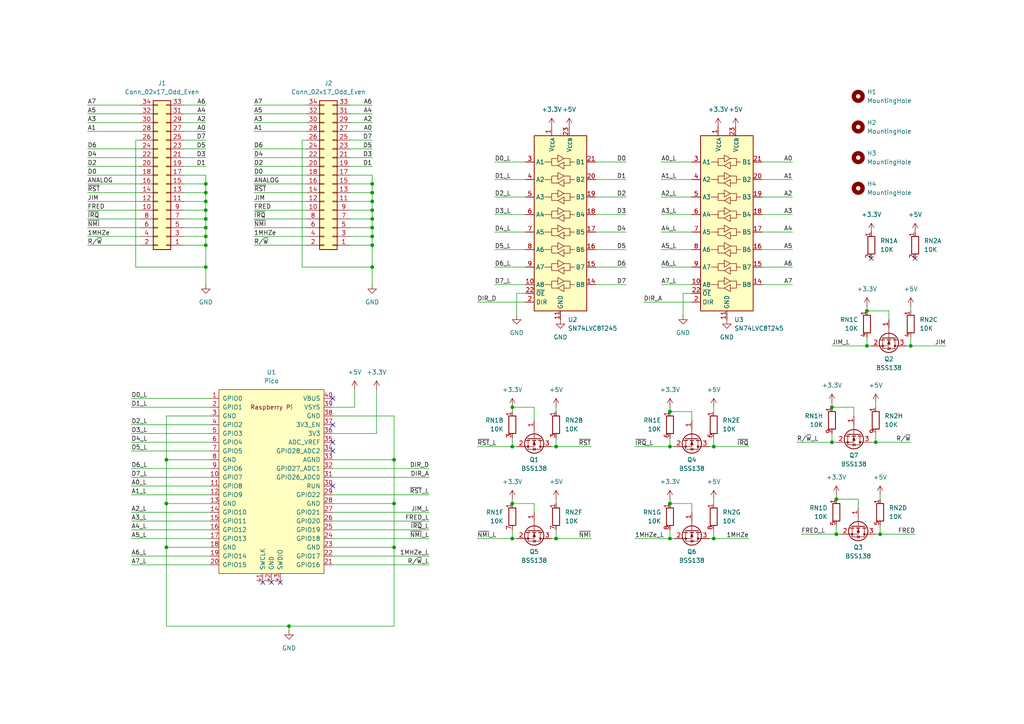
<source format=kicad_sch>
(kicad_sch (version 20250114) (generator "eeschema") (generator_version "9.0")
  (paper "A4")
  (lib_symbols
    (symbol "Connector_Generic:Conn_02x17_Odd_Even" (pin_names (offset 1.016) (hide yes))
      (property "Reference" "J" (at 1.27 22.86 0))
      (property "Value" "Conn_02x17_Odd_Even" (at 1.27 -22.86 0))
      (symbol "Conn_02x17_Odd_Even_1_1"
        (pin passive line (at -5.08 20.32 0) (length 3.81) (name "Pin_1") (number "1"))
        (pin passive line (at -5.08 17.78 0) (length 3.81) (name "Pin_3") (number "3"))
        (pin passive line (at -5.08 15.24 0) (length 3.81) (name "Pin_5") (number "5"))
        (pin passive line (at -5.08 12.7 0) (length 3.81) (name "Pin_7") (number "7"))
        (pin passive line (at -5.08 10.16 0) (length 3.81) (name "Pin_9") (number "9"))
        (pin passive line (at -5.08 7.62 0) (length 3.81) (name "Pin_11") (number "11"))
        (pin passive line (at -5.08 5.08 0) (length 3.81) (name "Pin_13") (number "13"))
        (pin passive line (at -5.08 2.54 0) (length 3.81) (name "Pin_15") (number "15"))
        (pin passive line (at -5.08 0 0) (length 3.81) (name "Pin_17") (number "17"))
        (pin passive line (at -5.08 -2.54 0) (length 3.81) (name "Pin_19") (number "19"))
        (pin passive line (at -5.08 -5.08 0) (length 3.81) (name "Pin_21") (number "21"))
        (pin passive line (at -5.08 -7.62 0) (length 3.81) (name "Pin_23") (number "23"))
        (pin passive line (at -5.08 -10.16 0) (length 3.81) (name "Pin_25") (number "25"))
        (pin passive line (at -5.08 -12.7 0) (length 3.81) (name "Pin_27") (number "27"))
        (pin passive line (at -5.08 -15.24 0) (length 3.81) (name "Pin_29") (number "29"))
        (pin passive line (at -5.08 -17.78 0) (length 3.81) (name "Pin_31") (number "31"))
        (pin passive line (at -5.08 -20.32 0) (length 3.81) (name "Pin_33") (number "33"))
        (pin passive line (at 7.62 20.32 180) (length 3.81) (name "Pin_2") (number "2"))
        (pin passive line (at 7.62 17.78 180) (length 3.81) (name "Pin_4") (number "4"))
        (pin passive line (at 7.62 15.24 180) (length 3.81) (name "Pin_6") (number "6"))
        (pin passive line (at 7.62 12.7 180) (length 3.81) (name "Pin_8") (number "8"))
        (pin passive line (at 7.62 10.16 180) (length 3.81) (name "Pin_10") (number "10"))
        (pin passive line (at 7.62 7.62 180) (length 3.81) (name "Pin_12") (number "12"))
        (pin passive line (at 7.62 5.08 180) (length 3.81) (name "Pin_14") (number "14"))
        (pin passive line (at 7.62 2.54 180) (length 3.81) (name "Pin_16") (number "16"))
        (pin passive line (at 7.62 0 180) (length 3.81) (name "Pin_18") (number "18"))
        (pin passive line (at 7.62 -2.54 180) (length 3.81) (name "Pin_20") (number "20"))
        (pin passive line (at 7.62 -5.08 180) (length 3.81) (name "Pin_22") (number "22"))
        (pin passive line (at 7.62 -7.62 180) (length 3.81) (name "Pin_24") (number "24"))
        (pin passive line (at 7.62 -10.16 180) (length 3.81) (name "Pin_26") (number "26"))
        (pin passive line (at 7.62 -12.7 180) (length 3.81) (name "Pin_28") (number "28"))
        (pin passive line (at 7.62 -15.24 180) (length 3.81) (name "Pin_30") (number "30"))
        (pin passive line (at 7.62 -17.78 180) (length 3.81) (name "Pin_32") (number "32"))
        (pin passive line (at 7.62 -20.32 180) (length 3.81) (name "Pin_34") (number "34"))
      )
    )
    (symbol "Device:R_Network08_Split" (pin_names (offset 0) (hide yes))
      (property "Reference" "RN" (at 2.032 0 90))
      (property "Value" "R_Network08_Split" (at 0 0 90))
      (symbol "R_Network08_Split_0_1"
        (pin passive line (at 0 3.81 270) (length 1.27) (name "R1") (number "1"))
      )
      (symbol "R_Network08_Split_1_1"
        (pin passive line (at 0 -3.81 90) (length 1.27) (name "R1.2") (number "2"))
      )
      (symbol "R_Network08_Split_2_1"
        (pin passive line (at 0 -3.81 90) (length 1.27) (name "R2.2") (number "3"))
      )
      (symbol "R_Network08_Split_3_1"
        (pin passive line (at 0 -3.81 90) (length 1.27) (name "R3.2") (number "4"))
      )
      (symbol "R_Network08_Split_4_1"
        (pin passive line (at 0 -3.81 90) (length 1.27) (name "R4.2") (number "5"))
      )
      (symbol "R_Network08_Split_5_1"
        (pin passive line (at 0 -3.81 90) (length 1.27) (name "R5.2") (number "6"))
      )
      (symbol "R_Network08_Split_6_1"
        (pin passive line (at 0 -3.81 90) (length 1.27) (name "R6.2") (number "7"))
      )
      (symbol "R_Network08_Split_7_1"
        (pin passive line (at 0 -3.81 90) (length 1.27) (name "R7.2") (number "8"))
      )
      (symbol "R_Network08_Split_8_1"
        (pin passive line (at 0 -3.81 90) (length 1.27) (name "R8.2") (number "9"))
      )
    )
    (symbol "Logic_LevelTranslator:SN74LVC8T245"
      (property "Reference" "U" (at -6.35 27.94 0))
      (property "Value" "SN74LVC8T245" (at 3.81 27.94 0))
      (symbol "SN74LVC8T245_1_1"
        (pin bidirectional line (at -10.16 17.78 0) (length 2.54) (name "A1") (number "3"))
        (pin bidirectional line (at -10.16 12.7 0) (length 2.54) (name "A2") (number "4"))
        (pin bidirectional line (at -10.16 7.62 0) (length 2.54) (name "A3") (number "5"))
        (pin bidirectional line (at -10.16 2.54 0) (length 2.54) (name "A4") (number "6"))
        (pin bidirectional line (at -10.16 -2.54 0) (length 2.54) (name "A5") (number "7"))
        (pin bidirectional line (at -10.16 -7.62 0) (length 2.54) (name "A6") (number "8"))
        (pin bidirectional line (at -10.16 -12.7 0) (length 2.54) (name "A7") (number "9"))
        (pin bidirectional line (at -10.16 -17.78 0) (length 2.54) (name "A8") (number "10"))
        (pin input line (at -10.16 -20.32 0) (length 2.54) (name "~{OE}") (number "22"))
        (pin input line (at -10.16 -22.86 0) (length 2.54) (name "DIR") (number "2"))
        (pin power_in line (at -2.54 27.94 270) (length 2.54) (name "V_{CCA}") (number "1"))
        (pin power_in line (at 0 -27.94 90) (length 2.54) (name "GND") (number "11"))
        (pin passive line (at 0 -27.94 90) (length 2.54) (hide yes) (name "GND") (number "12"))
        (pin passive line (at 0 -27.94 90) (length 2.54) (hide yes) (name "GND") (number "13"))
        (pin power_in line (at 2.54 27.94 270) (length 2.54) (name "V_{CCB}") (number "23"))
        (pin passive line (at 2.54 27.94 270) (length 2.54) (hide yes) (name "V_{CCB}") (number "24"))
        (pin bidirectional line (at 10.16 17.78 180) (length 2.54) (name "B1") (number "21"))
        (pin bidirectional line (at 10.16 12.7 180) (length 2.54) (name "B2") (number "20"))
        (pin bidirectional line (at 10.16 7.62 180) (length 2.54) (name "B3") (number "19"))
        (pin bidirectional line (at 10.16 2.54 180) (length 2.54) (name "B4") (number "18"))
        (pin bidirectional line (at 10.16 -2.54 180) (length 2.54) (name "B5") (number "17"))
        (pin bidirectional line (at 10.16 -7.62 180) (length 2.54) (name "B6") (number "16"))
        (pin bidirectional line (at 10.16 -12.7 180) (length 2.54) (name "B7") (number "15"))
        (pin bidirectional line (at 10.16 -17.78 180) (length 2.54) (name "B8") (number "14"))
      )
    )
    (symbol "Mechanical:MountingHole" (pin_names (offset 1.016)) (in_bom no)
      (property "Reference" "H" (at 0 5.08 0))
      (property "Value" "MountingHole" (at 0 3.175 0))
    )
    (symbol "RPi_Pico:Pico" (pin_names (offset 1.016))
      (property "Reference" "U" (at -13.97 27.94 0))
      (property "Value" "Pico" (at 0 19.05 0))
      (symbol "Pico_0_0"
        (text "Raspberry Pi" (at 0 21.59 0) (effects (font (size 1.27 1.27))))
      )
      (symbol "Pico_1_1"
        (pin bidirectional line (at -17.78 24.13 0) (length 2.54) (name "GPIO0") (number "1"))
        (pin bidirectional line (at -17.78 21.59 0) (length 2.54) (name "GPIO1") (number "2"))
        (pin power_in line (at -17.78 19.05 0) (length 2.54) (name "GND") (number "3"))
        (pin bidirectional line (at -17.78 16.51 0) (length 2.54) (name "GPIO2") (number "4"))
        (pin bidirectional line (at -17.78 13.97 0) (length 2.54) (name "GPIO3") (number "5"))
        (pin bidirectional line (at -17.78 11.43 0) (length 2.54) (name "GPIO4") (number "6"))
        (pin bidirectional line (at -17.78 8.89 0) (length 2.54) (name "GPIO5") (number "7"))
        (pin power_in line (at -17.78 6.35 0) (length 2.54) (name "GND") (number "8"))
        (pin bidirectional line (at -17.78 3.81 0) (length 2.54) (name "GPIO6") (number "9"))
        (pin bidirectional line (at -17.78 1.27 0) (length 2.54) (name "GPIO7") (number "10"))
        (pin bidirectional line (at -17.78 -1.27 0) (length 2.54) (name "GPIO8") (number "11"))
        (pin bidirectional line (at -17.78 -3.81 0) (length 2.54) (name "GPIO9") (number "12"))
        (pin power_in line (at -17.78 -6.35 0) (length 2.54) (name "GND") (number "13"))
        (pin bidirectional line (at -17.78 -8.89 0) (length 2.54) (name "GPIO10") (number "14"))
        (pin bidirectional line (at -17.78 -11.43 0) (length 2.54) (name "GPIO11") (number "15"))
        (pin bidirectional line (at -17.78 -13.97 0) (length 2.54) (name "GPIO12") (number "16"))
        (pin bidirectional line (at -17.78 -16.51 0) (length 2.54) (name "GPIO13") (number "17"))
        (pin power_in line (at -17.78 -19.05 0) (length 2.54) (name "GND") (number "18"))
        (pin bidirectional line (at -17.78 -21.59 0) (length 2.54) (name "GPIO14") (number "19"))
        (pin bidirectional line (at -17.78 -24.13 0) (length 2.54) (name "GPIO15") (number "20"))
        (pin input line (at -2.54 -29.21 90) (length 2.54) (name "SWCLK") (number "41"))
        (pin power_in line (at 0 -29.21 90) (length 2.54) (name "GND") (number "42"))
        (pin bidirectional line (at 2.54 -29.21 90) (length 2.54) (name "SWDIO") (number "43"))
        (pin power_out line (at 17.78 24.13 180) (length 2.54) (name "VBUS") (number "40"))
        (pin power_out line (at 17.78 21.59 180) (length 2.54) (name "VSYS") (number "39"))
        (pin power_out line (at 17.78 19.05 180) (length 2.54) (name "GND") (number "38"))
        (pin input line (at 17.78 16.51 180) (length 2.54) (name "3V3_EN") (number "37"))
        (pin power_out line (at 17.78 13.97 180) (length 2.54) (name "3V3") (number "36"))
        (pin unspecified line (at 17.78 11.43 180) (length 2.54) (name "ADC_VREF") (number "35"))
        (pin bidirectional line (at 17.78 8.89 180) (length 2.54) (name "GPIO28_ADC2") (number "34"))
        (pin power_in line (at 17.78 6.35 180) (length 2.54) (name "AGND") (number "33"))
        (pin bidirectional line (at 17.78 3.81 180) (length 2.54) (name "GPIO27_ADC1") (number "32"))
        (pin bidirectional line (at 17.78 1.27 180) (length 2.54) (name "GPIO26_ADC0") (number "31"))
        (pin input line (at 17.78 -1.27 180) (length 2.54) (name "RUN") (number "30"))
        (pin bidirectional line (at 17.78 -3.81 180) (length 2.54) (name "GPIO22") (number "29"))
        (pin power_in line (at 17.78 -6.35 180) (length 2.54) (name "GND") (number "28"))
        (pin bidirectional line (at 17.78 -8.89 180) (length 2.54) (name "GPIO21") (number "27"))
        (pin bidirectional line (at 17.78 -11.43 180) (length 2.54) (name "GPIO20") (number "26"))
        (pin bidirectional line (at 17.78 -13.97 180) (length 2.54) (name "GPIO19") (number "25"))
        (pin bidirectional line (at 17.78 -16.51 180) (length 2.54) (name "GPIO18") (number "24"))
        (pin power_in line (at 17.78 -19.05 180) (length 2.54) (name "GND") (number "23"))
        (pin bidirectional line (at 17.78 -21.59 180) (length 2.54) (name "GPIO17") (number "22"))
        (pin bidirectional line (at 17.78 -24.13 180) (length 2.54) (name "GPIO16") (number "21"))
      )
    )
    (symbol "Transistor_FET:BSS138" (pin_names (offset 0) (hide yes))
      (property "Reference" "Q" (at 5.08 1.905 0))
      (property "Value" "BSS138" (at 5.08 0 0))
      (symbol "BSS138_1_1"
        (pin input line (at -5.08 0 0) (length 2.54) (name "G") (number "1"))
        (pin passive line (at 2.54 5.08 270) (length 2.54) (name "D") (number "3"))
        (pin passive line (at 2.54 -5.08 90) (length 2.54) (name "S") (number "2"))
      )
    )
    (symbol "power:+3.3V" (power) (pin_numbers (hide yes)) (pin_names (offset 0) (hide yes))
      (property "Value" "+3.3V" (at 0 3.556 0))
      (symbol "+3.3V_1_1"
        (pin power_in line (at 0 0 90) (length 0) (name "~") (number "1"))
      )
    )
    (symbol "power:+5V" (power) (pin_numbers (hide yes)) (pin_names (offset 0) (hide yes))
      (property "Value" "+5V" (at 0 3.556 0))
      (symbol "+5V_1_1"
        (pin power_in line (at 0 0 90) (length 0) (name "~") (number "1"))
      )
    )
    (symbol "power:GND" (power) (pin_numbers (hide yes)) (pin_names (offset 0) (hide yes))
      (property "Value" "GND" (at 0 -3.81 0))
      (symbol "GND_1_1"
        (pin power_in line (at 0 0 270) (length 0) (name "~") (number "1"))
      )
    )
  )
  (junction (at 107.95 60.96))
  (junction (at 59.69 77.47))
  (junction (at 107.95 55.88))
  (junction (at 254 128.27))
  (junction (at 48.26 133.35))
  (junction (at 251.46 100.33))
  (junction (at 148.59 118.11))
  (junction (at 59.69 53.34))
  (junction (at 59.69 58.42))
  (junction (at 59.69 66.04))
  (junction (at 148.59 129.54))
  (junction (at 114.3 146.05))
  (junction (at 59.69 55.88))
  (junction (at 107.95 66.04))
  (junction (at 83.82 181.61))
  (junction (at 107.95 53.34))
  (junction (at 242.57 154.94))
  (junction (at 59.69 68.58))
  (junction (at 107.95 58.42))
  (junction (at 241.3 118.11))
  (junction (at 242.57 144.78))
  (junction (at 161.29 129.54))
  (junction (at 107.95 71.12))
  (junction (at 107.95 68.58))
  (junction (at 194.31 156.21))
  (junction (at 59.69 60.96))
  (junction (at 194.31 146.05))
  (junction (at 194.31 129.54))
  (junction (at 194.31 119.38))
  (junction (at 264.16 100.33))
  (junction (at 107.95 77.47))
  (junction (at 207.01 129.54))
  (junction (at 251.46 90.17))
  (junction (at 48.26 158.75))
  (junction (at 114.3 158.75))
  (junction (at 48.26 146.05))
  (junction (at 207.01 156.21))
  (junction (at 59.69 71.12))
  (junction (at 107.95 63.5))
  (junction (at 114.3 133.35))
  (junction (at 255.27 154.94))
  (junction (at 59.69 63.5))
  (junction (at 148.59 146.05))
  (junction (at 241.3 128.27))
  (junction (at 161.29 156.21))
  (junction (at 148.59 156.21))
  (no_connect (at 96.52 123.19))
  (no_connect (at 76.2 168.91))
  (no_connect (at 78.74 168.91))
  (no_connect (at 265.43 74.93))
  (no_connect (at 96.52 140.97))
  (no_connect (at 96.52 115.57))
  (no_connect (at 96.52 128.27))
  (no_connect (at 96.52 130.81))
  (no_connect (at 252.73 74.93))
  (no_connect (at 81.28 168.91))
  (wire (pts (xy 73.66 43.18) (xy 88.9 43.18)))
  (wire (pts (xy 96.52 143.51) (xy 124.46 143.51)))
  (wire (pts (xy 138.43 156.21) (xy 148.59 156.21)))
  (wire (pts (xy 73.66 63.5) (xy 88.9 63.5)))
  (wire (pts (xy 143.51 77.47) (xy 152.4 77.47)))
  (wire (pts (xy 101.6 53.34) (xy 107.95 53.34)))
  (wire (pts (xy 160.02 129.54) (xy 161.29 129.54)))
  (wire (pts (xy 251.46 90.17) (xy 257.81 90.17)))
  (wire (pts (xy 38.1 148.59) (xy 60.96 148.59)))
  (wire (pts (xy 48.26 133.35) (xy 60.96 133.35)))
  (wire (pts (xy 205.74 129.54) (xy 207.01 129.54)))
  (wire (pts (xy 53.34 35.56) (xy 59.69 35.56)))
  (wire (pts (xy 262.89 100.33) (xy 264.16 100.33)))
  (wire (pts (xy 25.4 71.12) (xy 40.64 71.12)))
  (wire (pts (xy 73.66 60.96) (xy 88.9 60.96)))
  (wire (pts (xy 241.3 116.84) (xy 241.3 118.11)))
  (wire (pts (xy 241.3 125.73) (xy 241.3 128.27)))
  (wire (pts (xy 59.69 60.96) (xy 59.69 63.5)))
  (wire (pts (xy 101.6 68.58) (xy 107.95 68.58)))
  (wire (pts (xy 200.66 119.38) (xy 200.66 121.92)))
  (wire (pts (xy 148.59 118.11) (xy 154.94 118.11)))
  (wire (pts (xy 25.4 30.48) (xy 40.64 30.48)))
  (wire (pts (xy 143.51 82.55) (xy 152.4 82.55)))
  (wire (pts (xy 25.4 58.42) (xy 40.64 58.42)))
  (wire (pts (xy 101.6 40.64) (xy 107.95 40.64)))
  (wire (pts (xy 73.66 58.42) (xy 88.9 58.42)))
  (wire (pts (xy 161.29 118.11) (xy 161.29 119.38)))
  (wire (pts (xy 48.26 181.61) (xy 83.82 181.61)))
  (wire (pts (xy 148.59 146.05) (xy 154.94 146.05)))
  (wire (pts (xy 252.73 128.27) (xy 254 128.27)))
  (wire (pts (xy 59.69 68.58) (xy 59.69 71.12)))
  (wire (pts (xy 73.66 35.56) (xy 88.9 35.56)))
  (wire (pts (xy 53.34 33.02) (xy 59.69 33.02)))
  (wire (pts (xy 53.34 63.5) (xy 59.69 63.5)))
  (wire (pts (xy 242.57 152.4) (xy 242.57 154.94)))
  (wire (pts (xy 38.1 151.13) (xy 60.96 151.13)))
  (wire (pts (xy 161.29 156.21) (xy 171.45 156.21)))
  (wire (pts (xy 161.29 129.54) (xy 171.45 129.54)))
  (wire (pts (xy 220.98 72.39) (xy 229.87 72.39)))
  (wire (pts (xy 220.98 62.23) (xy 229.87 62.23)))
  (wire (pts (xy 148.59 127) (xy 148.59 129.54)))
  (wire (pts (xy 96.52 125.73) (xy 109.22 125.73)))
  (wire (pts (xy 101.6 43.18) (xy 107.95 43.18)))
  (wire (pts (xy 101.6 35.56) (xy 107.95 35.56)))
  (wire (pts (xy 38.1 135.89) (xy 60.96 135.89)))
  (wire (pts (xy 143.51 46.99) (xy 152.4 46.99)))
  (wire (pts (xy 220.98 67.31) (xy 229.87 67.31)))
  (wire (pts (xy 152.4 85.09) (xy 149.86 85.09)))
  (wire (pts (xy 38.1 123.19) (xy 60.96 123.19)))
  (wire (pts (xy 83.82 181.61) (xy 114.3 181.61)))
  (wire (pts (xy 73.66 30.48) (xy 88.9 30.48)))
  (wire (pts (xy 96.52 146.05) (xy 114.3 146.05)))
  (wire (pts (xy 194.31 153.67) (xy 194.31 156.21)))
  (wire (pts (xy 107.95 68.58) (xy 107.95 71.12)))
  (wire (pts (xy 114.3 120.65) (xy 114.3 133.35)))
  (wire (pts (xy 53.34 38.1) (xy 59.69 38.1)))
  (wire (pts (xy 184.15 156.21) (xy 194.31 156.21)))
  (wire (pts (xy 241.3 118.11) (xy 247.65 118.11)))
  (wire (pts (xy 25.4 68.58) (xy 40.64 68.58)))
  (wire (pts (xy 38.1 115.57) (xy 60.96 115.57)))
  (wire (pts (xy 207.01 144.78) (xy 207.01 146.05)))
  (wire (pts (xy 101.6 30.48) (xy 107.95 30.48)))
  (wire (pts (xy 73.66 45.72) (xy 88.9 45.72)))
  (wire (pts (xy 101.6 63.5) (xy 107.95 63.5)))
  (wire (pts (xy 191.77 57.15) (xy 200.66 57.15)))
  (wire (pts (xy 53.34 30.48) (xy 59.69 30.48)))
  (wire (pts (xy 191.77 77.47) (xy 200.66 77.47)))
  (wire (pts (xy 59.69 58.42) (xy 59.69 60.96)))
  (wire (pts (xy 264.16 100.33) (xy 274.32 100.33)))
  (wire (pts (xy 220.98 77.47) (xy 229.87 77.47)))
  (wire (pts (xy 53.34 53.34) (xy 59.69 53.34)))
  (wire (pts (xy 25.4 55.88) (xy 40.64 55.88)))
  (wire (pts (xy 160.02 156.21) (xy 161.29 156.21)))
  (wire (pts (xy 96.52 161.29) (xy 124.46 161.29)))
  (wire (pts (xy 38.1 143.51) (xy 60.96 143.51)))
  (wire (pts (xy 254 116.84) (xy 254 118.11)))
  (wire (pts (xy 25.4 35.56) (xy 40.64 35.56)))
  (wire (pts (xy 242.57 144.78) (xy 248.92 144.78)))
  (wire (pts (xy 172.72 67.31) (xy 181.61 67.31)))
  (wire (pts (xy 107.95 77.47) (xy 107.95 82.55)))
  (wire (pts (xy 87.63 40.64) (xy 87.63 77.47)))
  (wire (pts (xy 241.3 100.33) (xy 251.46 100.33)))
  (wire (pts (xy 53.34 66.04) (xy 59.69 66.04)))
  (wire (pts (xy 264.16 88.9) (xy 264.16 90.17)))
  (wire (pts (xy 101.6 58.42) (xy 107.95 58.42)))
  (wire (pts (xy 143.51 72.39) (xy 152.4 72.39)))
  (wire (pts (xy 107.95 55.88) (xy 107.95 58.42)))
  (wire (pts (xy 254 128.27) (xy 264.16 128.27)))
  (wire (pts (xy 96.52 158.75) (xy 114.3 158.75)))
  (wire (pts (xy 264.16 100.33) (xy 264.16 97.79)))
  (wire (pts (xy 101.6 71.12) (xy 107.95 71.12)))
  (wire (pts (xy 96.52 148.59) (xy 124.46 148.59)))
  (wire (pts (xy 161.29 156.21) (xy 161.29 153.67)))
  (wire (pts (xy 60.96 120.65) (xy 48.26 120.65)))
  (wire (pts (xy 241.3 128.27) (xy 242.57 128.27)))
  (wire (pts (xy 73.66 55.88) (xy 88.9 55.88)))
  (wire (pts (xy 107.95 60.96) (xy 107.95 63.5)))
  (wire (pts (xy 242.57 143.51) (xy 242.57 144.78)))
  (wire (pts (xy 154.94 118.11) (xy 154.94 121.92)))
  (wire (pts (xy 207.01 119.38) (xy 207.01 118.11)))
  (wire (pts (xy 59.69 55.88) (xy 59.69 58.42)))
  (wire (pts (xy 53.34 68.58) (xy 59.69 68.58)))
  (wire (pts (xy 25.4 66.04) (xy 40.64 66.04)))
  (wire (pts (xy 48.26 146.05) (xy 48.26 158.75)))
  (wire (pts (xy 73.66 68.58) (xy 88.9 68.58)))
  (wire (pts (xy 59.69 50.8) (xy 59.69 53.34)))
  (wire (pts (xy 101.6 38.1) (xy 107.95 38.1)))
  (wire (pts (xy 207.01 156.21) (xy 207.01 153.67)))
  (wire (pts (xy 114.3 120.65) (xy 96.52 120.65)))
  (wire (pts (xy 38.1 156.21) (xy 60.96 156.21)))
  (wire (pts (xy 194.31 144.78) (xy 194.31 146.05)))
  (wire (pts (xy 172.72 52.07) (xy 181.61 52.07)))
  (wire (pts (xy 96.52 133.35) (xy 114.3 133.35)))
  (wire (pts (xy 114.3 158.75) (xy 114.3 181.61)))
  (wire (pts (xy 73.66 71.12) (xy 88.9 71.12)))
  (wire (pts (xy 73.66 33.02) (xy 88.9 33.02)))
  (wire (pts (xy 184.15 129.54) (xy 194.31 129.54)))
  (wire (pts (xy 251.46 97.79) (xy 251.46 100.33)))
  (wire (pts (xy 53.34 43.18) (xy 59.69 43.18)))
  (wire (pts (xy 59.69 71.12) (xy 59.69 77.47)))
  (wire (pts (xy 53.34 55.88) (xy 59.69 55.88)))
  (wire (pts (xy 114.3 133.35) (xy 114.3 146.05)))
  (wire (pts (xy 154.94 146.05) (xy 154.94 148.59)))
  (wire (pts (xy 38.1 138.43) (xy 60.96 138.43)))
  (wire (pts (xy 96.52 153.67) (xy 124.46 153.67)))
  (wire (pts (xy 254 154.94) (xy 255.27 154.94)))
  (wire (pts (xy 207.01 156.21) (xy 217.17 156.21)))
  (wire (pts (xy 149.86 85.09) (xy 149.86 91.44)))
  (wire (pts (xy 191.77 46.99) (xy 200.66 46.99)))
  (wire (pts (xy 38.1 163.83) (xy 60.96 163.83)))
  (wire (pts (xy 53.34 60.96) (xy 59.69 60.96)))
  (wire (pts (xy 232.41 154.94) (xy 242.57 154.94)))
  (wire (pts (xy 148.59 153.67) (xy 148.59 156.21)))
  (wire (pts (xy 107.95 71.12) (xy 107.95 77.47)))
  (wire (pts (xy 220.98 82.55) (xy 229.87 82.55)))
  (wire (pts (xy 107.95 50.8) (xy 107.95 53.34)))
  (wire (pts (xy 172.72 57.15) (xy 181.61 57.15)))
  (wire (pts (xy 191.77 62.23) (xy 200.66 62.23)))
  (wire (pts (xy 25.4 50.8) (xy 40.64 50.8)))
  (wire (pts (xy 254 128.27) (xy 254 125.73)))
  (wire (pts (xy 83.82 181.61) (xy 83.82 182.88)))
  (wire (pts (xy 191.77 72.39) (xy 200.66 72.39)))
  (wire (pts (xy 25.4 33.02) (xy 40.64 33.02)))
  (wire (pts (xy 38.1 161.29) (xy 60.96 161.29)))
  (wire (pts (xy 242.57 154.94) (xy 243.84 154.94)))
  (wire (pts (xy 161.29 144.78) (xy 161.29 146.05)))
  (wire (pts (xy 107.95 53.34) (xy 107.95 55.88)))
  (wire (pts (xy 25.4 48.26) (xy 40.64 48.26)))
  (wire (pts (xy 107.95 58.42) (xy 107.95 60.96)))
  (wire (pts (xy 40.64 40.64) (xy 39.37 40.64)))
  (wire (pts (xy 194.31 118.11) (xy 194.31 119.38)))
  (wire (pts (xy 39.37 40.64) (xy 39.37 77.47)))
  (wire (pts (xy 161.29 129.54) (xy 161.29 127)))
  (wire (pts (xy 255.27 154.94) (xy 255.27 152.4)))
  (wire (pts (xy 38.1 130.81) (xy 60.96 130.81)))
  (wire (pts (xy 53.34 50.8) (xy 59.69 50.8)))
  (wire (pts (xy 220.98 52.07) (xy 229.87 52.07)))
  (wire (pts (xy 143.51 52.07) (xy 152.4 52.07)))
  (wire (pts (xy 207.01 129.54) (xy 217.17 129.54)))
  (wire (pts (xy 25.4 38.1) (xy 40.64 38.1)))
  (wire (pts (xy 101.6 45.72) (xy 107.95 45.72)))
  (wire (pts (xy 172.72 46.99) (xy 181.61 46.99)))
  (wire (pts (xy 200.66 146.05) (xy 200.66 148.59)))
  (wire (pts (xy 102.87 113.03) (xy 102.87 118.11)))
  (wire (pts (xy 53.34 40.64) (xy 59.69 40.64)))
  (wire (pts (xy 247.65 118.11) (xy 247.65 120.65)))
  (wire (pts (xy 39.37 77.47) (xy 59.69 77.47)))
  (wire (pts (xy 220.98 46.99) (xy 229.87 46.99)))
  (wire (pts (xy 48.26 133.35) (xy 48.26 146.05)))
  (wire (pts (xy 191.77 67.31) (xy 200.66 67.31)))
  (wire (pts (xy 251.46 100.33) (xy 252.73 100.33)))
  (wire (pts (xy 143.51 62.23) (xy 152.4 62.23)))
  (wire (pts (xy 73.66 53.34) (xy 88.9 53.34)))
  (wire (pts (xy 255.27 143.51) (xy 255.27 144.78)))
  (wire (pts (xy 87.63 77.47) (xy 107.95 77.47)))
  (wire (pts (xy 138.43 129.54) (xy 148.59 129.54)))
  (wire (pts (xy 101.6 33.02) (xy 107.95 33.02)))
  (wire (pts (xy 59.69 53.34) (xy 59.69 55.88)))
  (wire (pts (xy 231.14 128.27) (xy 241.3 128.27)))
  (wire (pts (xy 172.72 82.55) (xy 181.61 82.55)))
  (wire (pts (xy 255.27 154.94) (xy 265.43 154.94)))
  (wire (pts (xy 25.4 63.5) (xy 40.64 63.5)))
  (wire (pts (xy 109.22 113.03) (xy 109.22 125.73)))
  (wire (pts (xy 59.69 77.47) (xy 59.69 82.55)))
  (wire (pts (xy 143.51 67.31) (xy 152.4 67.31)))
  (wire (pts (xy 96.52 118.11) (xy 102.87 118.11)))
  (wire (pts (xy 25.4 43.18) (xy 40.64 43.18)))
  (wire (pts (xy 194.31 129.54) (xy 195.58 129.54)))
  (wire (pts (xy 73.66 50.8) (xy 88.9 50.8)))
  (wire (pts (xy 96.52 156.21) (xy 124.46 156.21)))
  (wire (pts (xy 38.1 128.27) (xy 60.96 128.27)))
  (wire (pts (xy 107.95 63.5) (xy 107.95 66.04)))
  (wire (pts (xy 251.46 88.9) (xy 251.46 90.17)))
  (wire (pts (xy 194.31 146.05) (xy 200.66 146.05)))
  (wire (pts (xy 88.9 40.64) (xy 87.63 40.64)))
  (wire (pts (xy 96.52 135.89) (xy 124.46 135.89)))
  (wire (pts (xy 191.77 52.07) (xy 200.66 52.07)))
  (wire (pts (xy 53.34 71.12) (xy 59.69 71.12)))
  (wire (pts (xy 96.52 138.43) (xy 124.46 138.43)))
  (wire (pts (xy 172.72 72.39) (xy 181.61 72.39)))
  (wire (pts (xy 101.6 50.8) (xy 107.95 50.8)))
  (wire (pts (xy 101.6 66.04) (xy 107.95 66.04)))
  (wire (pts (xy 186.69 87.63) (xy 200.66 87.63)))
  (wire (pts (xy 148.59 144.78) (xy 148.59 146.05)))
  (wire (pts (xy 101.6 60.96) (xy 107.95 60.96)))
  (wire (pts (xy 172.72 77.47) (xy 181.61 77.47)))
  (wire (pts (xy 38.1 140.97) (xy 60.96 140.97)))
  (wire (pts (xy 48.26 158.75) (xy 60.96 158.75)))
  (wire (pts (xy 194.31 156.21) (xy 195.58 156.21)))
  (wire (pts (xy 101.6 48.26) (xy 107.95 48.26)))
  (wire (pts (xy 48.26 158.75) (xy 48.26 181.61)))
  (wire (pts (xy 143.51 57.15) (xy 152.4 57.15)))
  (wire (pts (xy 25.4 45.72) (xy 40.64 45.72)))
  (wire (pts (xy 207.01 129.54) (xy 207.01 127)))
  (wire (pts (xy 191.77 82.55) (xy 200.66 82.55)))
  (wire (pts (xy 59.69 63.5) (xy 59.69 66.04)))
  (wire (pts (xy 220.98 57.15) (xy 229.87 57.15)))
  (wire (pts (xy 38.1 153.67) (xy 60.96 153.67)))
  (wire (pts (xy 59.69 66.04) (xy 59.69 68.58)))
  (wire (pts (xy 48.26 120.65) (xy 48.26 133.35)))
  (wire (pts (xy 248.92 144.78) (xy 248.92 147.32)))
  (wire (pts (xy 48.26 146.05) (xy 60.96 146.05)))
  (wire (pts (xy 205.74 156.21) (xy 207.01 156.21)))
  (wire (pts (xy 53.34 45.72) (xy 59.69 45.72)))
  (wire (pts (xy 114.3 146.05) (xy 114.3 158.75)))
  (wire (pts (xy 53.34 48.26) (xy 59.69 48.26)))
  (wire (pts (xy 53.34 58.42) (xy 59.69 58.42)))
  (wire (pts (xy 200.66 85.09) (xy 198.12 85.09)))
  (wire (pts (xy 107.95 66.04) (xy 107.95 68.58)))
  (wire (pts (xy 257.81 90.17) (xy 257.81 92.71)))
  (wire (pts (xy 73.66 66.04) (xy 88.9 66.04)))
  (wire (pts (xy 25.4 53.34) (xy 40.64 53.34)))
  (wire (pts (xy 148.59 156.21) (xy 149.86 156.21)))
  (wire (pts (xy 198.12 85.09) (xy 198.12 91.44)))
  (wire (pts (xy 38.1 118.11) (xy 60.96 118.11)))
  (wire (pts (xy 25.4 60.96) (xy 40.64 60.96)))
  (wire (pts (xy 194.31 119.38) (xy 200.66 119.38)))
  (wire (pts (xy 148.59 118.11) (xy 148.59 119.38)))
  (wire (pts (xy 101.6 55.88) (xy 107.95 55.88)))
  (wire (pts (xy 138.43 87.63) (xy 152.4 87.63)))
  (wire (pts (xy 148.59 129.54) (xy 149.86 129.54)))
  (wire (pts (xy 172.72 62.23) (xy 181.61 62.23)))
  (wire (pts (xy 96.52 163.83) (xy 124.46 163.83)))
  (wire (pts (xy 73.66 48.26) (xy 88.9 48.26)))
  (wire (pts (xy 194.31 127) (xy 194.31 129.54)))
  (wire (pts (xy 96.52 151.13) (xy 124.46 151.13)))
  (wire (pts (xy 38.1 125.73) (xy 60.96 125.73)))
  (wire (pts (xy 73.66 38.1) (xy 88.9 38.1)))
  (label "D3" (at 181.61 62.23 180))
  (label "A1_L" (at 38.1 143.51 0))
  (label "A1_L" (at 191.77 52.07 0))
  (label "D5_L" (at 38.1 130.81 0))
  (label "A5_L" (at 191.77 72.39 0))
  (label "FRED" (at 265.43 154.94 180))
  (label "~{NMI}" (at 25.4 66.04 0))
  (label "A3_L" (at 191.77 62.23 0))
  (label "D6" (at 25.4 43.18 0))
  (label "A5" (at 229.87 72.39 180))
  (label "DIR_D" (at 138.43 87.63 0))
  (label "A7_L" (at 191.77 82.55 0))
  (label "R{slash}~{W}" (at 25.4 71.12 0))
  (label "D6_L" (at 38.1 135.89 0))
  (label "D5_L" (at 143.51 72.39 0))
  (label "1MHZe" (at 25.4 68.58 0))
  (label "D5" (at 59.69 43.18 180))
  (label "~{RST}_L" (at 138.43 129.54 0))
  (label "A6" (at 229.87 77.47 180))
  (label "~{IRQ}" (at 25.4 63.5 0))
  (label "1MHZe_L" (at 184.15 156.21 0))
  (label "D1_L" (at 143.51 52.07 0))
  (label "A2" (at 229.87 57.15 180))
  (label "A2_L" (at 191.77 57.15 0))
  (label "A3_L" (at 38.1 151.13 0))
  (label "D0" (at 181.61 46.99 180))
  (label "A2_L" (at 38.1 148.59 0))
  (label "R{slash}~{W}" (at 264.16 128.27 180))
  (label "JIM" (at 274.32 100.33 180))
  (label "A7" (at 25.4 30.48 0))
  (label "DIR_A" (at 124.46 138.43 180))
  (label "A3" (at 25.4 35.56 0))
  (label "~{IRQ}_L" (at 184.15 129.54 0))
  (label "R{slash}~{W}_L" (at 231.14 128.27 0))
  (label "D2" (at 181.61 57.15 180))
  (label "D2_L" (at 143.51 57.15 0))
  (label "~{NMI}" (at 171.45 156.21 180))
  (label "A0_L" (at 191.77 46.99 0))
  (label "~{IRQ}_L" (at 124.46 153.67 180))
  (label "FRED_L" (at 124.46 151.13 180))
  (label "~{NMI}_L" (at 124.46 156.21 180))
  (label "A1" (at 229.87 52.07 180))
  (label "A4" (at 59.69 33.02 180))
  (label "DIR_A" (at 186.69 87.63 0))
  (label "D2_L" (at 38.1 123.19 0))
  (label "D3" (at 59.69 45.72 180))
  (label "D1_L" (at 38.1 118.11 0))
  (label "D3_L" (at 38.1 125.73 0))
  (label "A2" (at 59.69 35.56 180))
  (label "A5" (at 25.4 33.02 0))
  (label "FRED" (at 25.4 60.96 0))
  (label "D6" (at 181.61 77.47 180))
  (label "R{slash}~{W}_L" (at 124.46 163.83 180))
  (label "~{NMI}_L" (at 138.43 156.21 0))
  (label "A7" (at 229.87 82.55 180))
  (label "ANALOG" (at 25.4 53.34 0))
  (label "D5" (at 181.61 72.39 180))
  (label "D1" (at 181.61 52.07 180))
  (label "A4_L" (at 38.1 153.67 0))
  (label "A6" (at 107.95 30.48 180))
  (label "A4" (at 107.95 33.02 180))
  (label "A2" (at 107.95 35.56 180))
  (label "A0" (at 107.95 38.1 180))
  (label "D7" (at 107.95 40.64 180))
  (label "D5" (at 107.95 43.18 180))
  (label "D3" (at 107.95 45.72 180))
  (label "D1" (at 107.95 48.26 180))
  (label "D7" (at 59.69 40.64 180))
  (label "D7_L" (at 143.51 82.55 0))
  (label "D3_L" (at 143.51 62.23 0))
  (label "D1" (at 59.69 48.26 180))
  (label "~{RST}_L" (at 124.46 143.51 180))
  (label "1MHZe" (at 217.17 156.21 180))
  (label "D0_L" (at 38.1 115.57 0))
  (label "DIR_D" (at 124.46 135.89 180))
  (label "A7_L" (at 38.1 163.83 0))
  (label "D6_L" (at 143.51 77.47 0))
  (label "D4" (at 25.4 45.72 0))
  (label "~{RST}" (at 171.45 129.54 180))
  (label "FRED_L" (at 232.41 154.94 0))
  (label "JIM_L" (at 124.46 148.59 180))
  (label "~{RST}" (at 73.66 55.88 0))
  (label "JIM" (at 73.66 58.42 0))
  (label "A1" (at 73.66 38.1 0))
  (label "D6" (at 73.66 43.18 0))
  (label "D4" (at 73.66 45.72 0))
  (label "FRED" (at 73.66 60.96 0))
  (label "~{IRQ}" (at 73.66 63.5 0))
  (label "~{NMI}" (at 73.66 66.04 0))
  (label "1MHZe" (at 73.66 68.58 0))
  (label "R{slash}~{W}" (at 73.66 71.12 0))
  (label "D2" (at 73.66 48.26 0))
  (label "D0" (at 73.66 50.8 0))
  (label "ANALOG" (at 73.66 53.34 0))
  (label "A3" (at 73.66 35.56 0))
  (label "A5" (at 73.66 33.02 0))
  (label "A7" (at 73.66 30.48 0))
  (label "A6_L" (at 38.1 161.29 0))
  (label "JIM_L" (at 241.3 100.33 0))
  (label "A5_L" (at 38.1 156.21 0))
  (label "A6" (at 59.69 30.48 180))
  (label "A4" (at 229.87 67.31 180))
  (label "D7_L" (at 38.1 138.43 0))
  (label "D7" (at 181.61 82.55 180))
  (label "D0_L" (at 143.51 46.99 0))
  (label "A6_L" (at 191.77 77.47 0))
  (label "~{IRQ}" (at 217.17 129.54 180))
  (label "A0" (at 59.69 38.1 180))
  (label "A3" (at 229.87 62.23 180))
  (label "D2" (at 25.4 48.26 0))
  (label "JIM" (at 25.4 58.42 0))
  (label "A4_L" (at 191.77 67.31 0))
  (label "~{RST}" (at 25.4 55.88 0))
  (label "D0" (at 25.4 50.8 0))
  (label "D4_L" (at 38.1 128.27 0))
  (label "D4" (at 181.61 67.31 180))
  (label "A0" (at 229.87 46.99 180))
  (label "D4_L" (at 143.51 67.31 0))
  (label "1MHZe_L" (at 124.46 161.29 180))
  (label "A1" (at 25.4 38.1 0))
  (label "A0_L" (at 38.1 140.97 0))
  (symbol (lib_id "Mechanical:MountingHole") (at 248.92 27.94 0) (unit 1) (in_bom no)
    (property "Reference" "H1" (at 251.46 26.6699 0) (effects (justify left)))
    (property "Value" "MountingHole" (at 251.46 29.2099 0) (effects (justify left)))
    (property "Footprint" "MountingHole:MountingHole_3.2mm_M3" (effects (hide yes)))
    (property "Description" "Mounting Hole without connection" (effects (hide yes)))
  )
  (symbol (lib_id "power:+5V") (at 254 116.84 0) (unit 1)
    (property "Reference" "#PWR019" (effects (hide yes)))
    (property "Value" "+5V" (at 254 111.76 0))
    (property "Description" "Power symbol creates a global label with name \"+5V\"" (effects (hide yes)))
  )
  (symbol (lib_id "Transistor_FET:BSS138") (at 200.66 153.67 270) (unit 1)
    (property "Reference" "Q6" (at 200.66 160.02 90))
    (property "Value" "BSS138" (at 200.66 162.56 90))
    (property "Footprint" "Package_TO_SOT_SMD:SOT-23" (effects (hide yes)))
    (property "Datasheet" "https://www.onsemi.com/pub/Collateral/BSS138-D.PDF" (effects (hide yes)))
    (property "Description" "50V Vds, 0.22A Id, N-Channel MOSFET, SOT-23" (effects (hide yes)))
  )
  (symbol (lib_id "Transistor_FET:BSS138") (at 247.65 125.73 270) (unit 1)
    (property "Reference" "Q7" (at 247.65 132.08 90))
    (property "Value" "BSS138" (at 247.65 134.62 90))
    (property "Footprint" "Package_TO_SOT_SMD:SOT-23" (effects (hide yes)))
    (property "Datasheet" "https://www.onsemi.com/pub/Collateral/BSS138-D.PDF" (effects (hide yes)))
    (property "Description" "50V Vds, 0.22A Id, N-Channel MOSFET, SOT-23" (effects (hide yes)))
  )
  (symbol (lib_id "Device:R_Network08_Split") (at 254 121.92 0) (unit 8)
    (property "Reference" "RN2" (at 256.54 120.6499 0) (effects (justify left)))
    (property "Value" "10K" (at 256.54 123.1899 0) (effects (justify left)))
    (property "Footprint" "Resistor_THT:R_Array_SIP9" (effects (hide yes)))
    (property "Datasheet" "http://www.vishay.com/docs/31509/csc.pdf" (effects (hide yes)))
    (property "Description" "8 resistor network, star topology, bussed resistors, split" (effects (hide yes)))
  )
  (symbol (lib_id "power:+5V") (at 265.43 67.31 0) (unit 1)
    (property "Reference" "#PWR029" (effects (hide yes)))
    (property "Value" "+5V" (at 265.43 62.23 0))
    (property "Description" "Power symbol creates a global label with name \"+5V\"" (effects (hide yes)))
  )
  (symbol (lib_id "RPi_Pico:Pico") (at 78.74 139.7 0) (unit 1)
    (property "Reference" "U1" (at 78.74 107.95 0))
    (property "Value" "Pico" (at 78.74 110.49 0))
    (property "Footprint" "RPi_Pico:RPi_Pico_SMD_TH" (effects (hide yes)))
  )
  (symbol (lib_id "Device:R_Network08_Split") (at 251.46 93.98 0) (mirror y) (unit 3)
    (property "Reference" "RN1" (at 248.92 92.7099 0) (effects (justify left)))
    (property "Value" "10K" (at 248.92 95.2499 0) (effects (justify left)))
    (property "Footprint" "Resistor_THT:R_Array_SIP9" (effects (hide yes)))
    (property "Datasheet" "http://www.vishay.com/docs/31509/csc.pdf" (effects (hide yes)))
    (property "Description" "8 resistor network, star topology, bussed resistors, split" (effects (hide yes)))
  )
  (symbol (lib_id "power:+5V") (at 213.36 36.83 0) (unit 1)
    (property "Reference" "#PWR09" (effects (hide yes)))
    (property "Value" "+5V" (at 213.36 31.75 0))
    (property "Description" "Power symbol creates a global label with name \"+5V\"" (effects (hide yes)))
  )
  (symbol (lib_id "Device:R_Network08_Split") (at 161.29 149.86 0) (unit 6)
    (property "Reference" "RN2" (at 163.83 148.5899 0) (effects (justify left)))
    (property "Value" "10K" (at 163.83 151.1299 0) (effects (justify left)))
    (property "Footprint" "Resistor_THT:R_Array_SIP9" (effects (hide yes)))
    (property "Datasheet" "http://www.vishay.com/docs/31509/csc.pdf" (effects (hide yes)))
    (property "Description" "8 resistor network, star topology, bussed resistors, split" (effects (hide yes)))
  )
  (symbol (lib_id "Transistor_FET:BSS138") (at 200.66 127 270) (unit 1)
    (property "Reference" "Q4" (at 200.66 133.35 90))
    (property "Value" "BSS138" (at 200.66 135.89 90))
    (property "Footprint" "Package_TO_SOT_SMD:SOT-23" (effects (hide yes)))
    (property "Datasheet" "https://www.onsemi.com/pub/Collateral/BSS138-D.PDF" (effects (hide yes)))
    (property "Description" "50V Vds, 0.22A Id, N-Channel MOSFET, SOT-23" (effects (hide yes)))
  )
  (symbol (lib_id "power:+3.3V") (at 109.22 113.03 0) (unit 1)
    (property "Reference" "#PWR04" (effects (hide yes)))
    (property "Value" "+3.3V" (at 109.22 107.95 0))
    (property "Description" "Power symbol creates a global label with name \"+3.3V\"" (effects (hide yes)))
  )
  (symbol (lib_id "Device:R_Network08_Split") (at 161.29 123.19 0) (unit 2)
    (property "Reference" "RN2" (at 163.83 121.9199 0) (effects (justify left)))
    (property "Value" "10K" (at 163.83 124.4599 0) (effects (justify left)))
    (property "Footprint" "Resistor_THT:R_Array_SIP9" (effects (hide yes)))
    (property "Datasheet" "http://www.vishay.com/docs/31509/csc.pdf" (effects (hide yes)))
    (property "Description" "8 resistor network, star topology, bussed resistors, split" (effects (hide yes)))
  )
  (symbol (lib_id "Device:R_Network08_Split") (at 255.27 148.59 0) (unit 4)
    (property "Reference" "RN2" (at 257.81 147.3199 0) (effects (justify left)))
    (property "Value" "10K" (at 257.81 149.8599 0) (effects (justify left)))
    (property "Footprint" "Resistor_THT:R_Array_SIP9" (effects (hide yes)))
    (property "Datasheet" "http://www.vishay.com/docs/31509/csc.pdf" (effects (hide yes)))
    (property "Description" "8 resistor network, star topology, bussed resistors, split" (effects (hide yes)))
  )
  (symbol (lib_id "power:+3.3V") (at 194.31 118.11 0) (unit 1)
    (property "Reference" "#PWR013" (effects (hide yes)))
    (property "Value" "+3.3V" (at 194.31 113.03 0))
    (property "Description" "Power symbol creates a global label with name \"+3.3V\"" (effects (hide yes)))
  )
  (symbol (lib_id "Transistor_FET:BSS138") (at 154.94 153.67 270) (unit 1)
    (property "Reference" "Q5" (at 154.94 160.02 90))
    (property "Value" "BSS138" (at 154.94 162.56 90))
    (property "Footprint" "Package_TO_SOT_SMD:SOT-23" (effects (hide yes)))
    (property "Datasheet" "https://www.onsemi.com/pub/Collateral/BSS138-D.PDF" (effects (hide yes)))
    (property "Description" "50V Vds, 0.22A Id, N-Channel MOSFET, SOT-23" (effects (hide yes)))
  )
  (symbol (lib_id "Logic_LevelTranslator:SN74LVC8T245") (at 162.56 64.77 0) (unit 1)
    (property "Reference" "U2" (at 164.7033 92.71 0) (effects (justify left)))
    (property "Value" "SN74LVC8T245" (at 164.7033 95.25 0) (effects (justify left)))
    (property "Footprint" "Package_SO:SOIC-24W_7.5x15.4mm_P1.27mm" (effects (hide yes)))
    (property "Datasheet" "https://www.ti.com/lit/ds/symlink/sn74lvc8t245.pdf" (effects (hide yes)))
    (property "Description" "8-Bit Dual-Supply Bus Transceiver With Configurable Voltage Translation and 3-State Outputs" (effects (hide yes)))
  )
  (symbol (lib_id "power:+3.3V") (at 208.28 36.83 0) (unit 1)
    (property "Reference" "#PWR06" (effects (hide yes)))
    (property "Value" "+3.3V" (at 208.28 31.75 0))
    (property "Description" "Power symbol creates a global label with name \"+3.3V\"" (effects (hide yes)))
  )
  (symbol (lib_id "power:+3.3V") (at 148.59 144.78 0) (unit 1)
    (property "Reference" "#PWR020" (effects (hide yes)))
    (property "Value" "+3.3V" (at 148.59 139.7 0))
    (property "Description" "Power symbol creates a global label with name \"+3.3V\"" (effects (hide yes)))
  )
  (symbol (lib_id "power:+5V") (at 102.87 113.03 0) (unit 1)
    (property "Reference" "#PWR016" (effects (hide yes)))
    (property "Value" "+5V" (at 102.87 107.95 0))
    (property "Description" "Power symbol creates a global label with name \"+5V\"" (effects (hide yes)))
  )
  (symbol (lib_id "Device:R_Network08_Split") (at 148.59 123.19 0) (mirror y) (unit 2)
    (property "Reference" "RN1" (at 146.05 121.9199 0) (effects (justify left)))
    (property "Value" "10K" (at 146.05 124.4599 0) (effects (justify left)))
    (property "Footprint" "Resistor_THT:R_Array_SIP9" (effects (hide yes)))
    (property "Datasheet" "http://www.vishay.com/docs/31509/csc.pdf" (effects (hide yes)))
    (property "Description" "8 resistor network, star topology, bussed resistors, split" (effects (hide yes)))
  )
  (symbol (lib_id "Device:R_Network08_Split") (at 242.57 148.59 0) (mirror y) (unit 4)
    (property "Reference" "RN1" (at 240.03 147.3199 0) (effects (justify left)))
    (property "Value" "10K" (at 240.03 149.8599 0) (effects (justify left)))
    (property "Footprint" "Resistor_THT:R_Array_SIP9" (effects (hide yes)))
    (property "Datasheet" "http://www.vishay.com/docs/31509/csc.pdf" (effects (hide yes)))
    (property "Description" "8 resistor network, star topology, bussed resistors, split" (effects (hide yes)))
  )
  (symbol (lib_id "power:+5V") (at 207.01 118.11 0) (unit 1)
    (property "Reference" "#PWR017" (effects (hide yes)))
    (property "Value" "+5V" (at 207.01 113.03 0))
    (property "Description" "Power symbol creates a global label with name \"+5V\"" (effects (hide yes)))
  )
  (symbol (lib_id "Device:R_Network08_Split") (at 194.31 123.19 0) (mirror y) (unit 5)
    (property "Reference" "RN1" (at 191.77 121.9199 0) (effects (justify left)))
    (property "Value" "10K" (at 191.77 124.4599 0) (effects (justify left)))
    (property "Footprint" "Resistor_THT:R_Array_SIP9" (effects (hide yes)))
    (property "Datasheet" "http://www.vishay.com/docs/31509/csc.pdf" (effects (hide yes)))
    (property "Description" "8 resistor network, star topology, bussed resistors, split" (effects (hide yes)))
  )
  (symbol (lib_id "power:+5V") (at 264.16 88.9 0) (unit 1)
    (property "Reference" "#PWR027" (effects (hide yes)))
    (property "Value" "+5V" (at 264.16 83.82 0))
    (property "Description" "Power symbol creates a global label with name \"+5V\"" (effects (hide yes)))
  )
  (symbol (lib_id "power:+3.3V") (at 251.46 88.9 0) (unit 1)
    (property "Reference" "#PWR026" (effects (hide yes)))
    (property "Value" "+3.3V" (at 251.46 83.82 0))
    (property "Description" "Power symbol creates a global label with name \"+3.3V\"" (effects (hide yes)))
  )
  (symbol (lib_id "power:+3.3V") (at 194.31 144.78 0) (unit 1)
    (property "Reference" "#PWR022" (effects (hide yes)))
    (property "Value" "+3.3V" (at 194.31 139.7 0))
    (property "Description" "Power symbol creates a global label with name \"+3.3V\"" (effects (hide yes)))
  )
  (symbol (lib_id "Mechanical:MountingHole") (at 248.92 54.61 0) (unit 1) (in_bom no)
    (property "Reference" "H4" (at 251.46 53.3399 0) (effects (justify left)))
    (property "Value" "MountingHole" (at 251.46 55.8799 0) (effects (justify left)))
    (property "Footprint" "MountingHole:MountingHole_3.2mm_M3" (effects (hide yes)))
    (property "Description" "Mounting Hole without connection" (effects (hide yes)))
  )
  (symbol (lib_id "Device:R_Network08_Split") (at 207.01 123.19 0) (unit 5)
    (property "Reference" "RN2" (at 209.55 121.9199 0) (effects (justify left)))
    (property "Value" "10K" (at 209.55 124.4599 0) (effects (justify left)))
    (property "Footprint" "Resistor_THT:R_Array_SIP9" (effects (hide yes)))
    (property "Datasheet" "http://www.vishay.com/docs/31509/csc.pdf" (effects (hide yes)))
    (property "Description" "8 resistor network, star topology, bussed resistors, split" (effects (hide yes)))
  )
  (symbol (lib_id "power:+5V") (at 207.01 144.78 0) (unit 1)
    (property "Reference" "#PWR023" (effects (hide yes)))
    (property "Value" "+5V" (at 207.01 139.7 0))
    (property "Description" "Power symbol creates a global label with name \"+5V\"" (effects (hide yes)))
  )
  (symbol (lib_id "power:+3.3V") (at 242.57 143.51 0) (unit 1)
    (property "Reference" "#PWR024" (effects (hide yes)))
    (property "Value" "+3.3V" (at 242.57 138.43 0))
    (property "Description" "Power symbol creates a global label with name \"+3.3V\"" (effects (hide yes)))
  )
  (symbol (lib_id "power:+5V") (at 165.1 36.83 0) (unit 1)
    (property "Reference" "#PWR08" (effects (hide yes)))
    (property "Value" "+5V" (at 165.1 31.75 0))
    (property "Description" "Power symbol creates a global label with name \"+5V\"" (effects (hide yes)))
  )
  (symbol (lib_id "power:GND") (at 83.82 182.88 0) (unit 1)
    (property "Reference" "#PWR03" (effects (hide yes)))
    (property "Value" "GND" (at 83.82 187.96 0))
    (property "Description" "Power symbol creates a global label with name \"GND\" , ground" (effects (hide yes)))
  )
  (symbol (lib_id "Mechanical:MountingHole") (at 248.92 36.83 0) (unit 1) (in_bom no)
    (property "Reference" "H2" (at 251.46 35.5599 0) (effects (justify left)))
    (property "Value" "MountingHole" (at 251.46 38.0999 0) (effects (justify left)))
    (property "Footprint" "MountingHole:MountingHole_3.2mm_M3" (effects (hide yes)))
    (property "Description" "Mounting Hole without connection" (effects (hide yes)))
  )
  (symbol (lib_id "Device:R_Network08_Split") (at 252.73 71.12 0) (unit 1)
    (property "Reference" "RN1" (at 255.27 69.8499 0) (effects (justify left)))
    (property "Value" "10K" (at 255.27 72.3899 0) (effects (justify left)))
    (property "Footprint" "Resistor_THT:R_Array_SIP9" (effects (hide yes)))
    (property "Datasheet" "http://www.vishay.com/docs/31509/csc.pdf" (effects (hide yes)))
    (property "Description" "8 resistor network, star topology, bussed resistors, split" (effects (hide yes)))
  )
  (symbol (lib_id "Device:R_Network08_Split") (at 148.59 149.86 0) (mirror y) (unit 6)
    (property "Reference" "RN1" (at 146.05 148.5899 0) (effects (justify left)))
    (property "Value" "10K" (at 146.05 151.1299 0) (effects (justify left)))
    (property "Footprint" "Resistor_THT:R_Array_SIP9" (effects (hide yes)))
    (property "Datasheet" "http://www.vishay.com/docs/31509/csc.pdf" (effects (hide yes)))
    (property "Description" "8 resistor network, star topology, bussed resistors, split" (effects (hide yes)))
  )
  (symbol (lib_id "Transistor_FET:BSS138") (at 257.81 97.79 270) (unit 1)
    (property "Reference" "Q2" (at 257.81 104.14 90))
    (property "Value" "BSS138" (at 257.81 106.68 90))
    (property "Footprint" "Package_TO_SOT_SMD:SOT-23" (effects (hide yes)))
    (property "Datasheet" "https://www.onsemi.com/pub/Collateral/BSS138-D.PDF" (effects (hide yes)))
    (property "Description" "50V Vds, 0.22A Id, N-Channel MOSFET, SOT-23" (effects (hide yes)))
  )
  (symbol (lib_id "power:+5V") (at 161.29 118.11 0) (unit 1)
    (property "Reference" "#PWR07" (effects (hide yes)))
    (property "Value" "+5V" (at 161.29 113.03 0))
    (property "Description" "Power symbol creates a global label with name \"+5V\"" (effects (hide yes)))
  )
  (symbol (lib_id "Device:R_Network08_Split") (at 264.16 93.98 0) (unit 3)
    (property "Reference" "RN2" (at 266.7 92.7099 0) (effects (justify left)))
    (property "Value" "10K" (at 266.7 95.2499 0) (effects (justify left)))
    (property "Footprint" "Resistor_THT:R_Array_SIP9" (effects (hide yes)))
    (property "Datasheet" "http://www.vishay.com/docs/31509/csc.pdf" (effects (hide yes)))
    (property "Description" "8 resistor network, star topology, bussed resistors, split" (effects (hide yes)))
  )
  (symbol (lib_id "Device:R_Network08_Split") (at 207.01 149.86 0) (unit 7)
    (property "Reference" "RN2" (at 209.55 148.5899 0) (effects (justify left)))
    (property "Value" "10K" (at 209.55 151.1299 0) (effects (justify left)))
    (property "Footprint" "Resistor_THT:R_Array_SIP9" (effects (hide yes)))
    (property "Datasheet" "http://www.vishay.com/docs/31509/csc.pdf" (effects (hide yes)))
    (property "Description" "8 resistor network, star topology, bussed resistors, split" (effects (hide yes)))
  )
  (symbol (lib_id "power:GND") (at 59.69 82.55 0) (unit 1)
    (property "Reference" "#PWR02" (effects (hide yes)))
    (property "Value" "GND" (at 59.69 87.63 0))
    (property "Description" "Power symbol creates a global label with name \"GND\" , ground" (effects (hide yes)))
  )
  (symbol (lib_id "power:+5V") (at 161.29 144.78 0) (unit 1)
    (property "Reference" "#PWR021" (effects (hide yes)))
    (property "Value" "+5V" (at 161.29 139.7 0))
    (property "Description" "Power symbol creates a global label with name \"+5V\"" (effects (hide yes)))
  )
  (symbol (lib_id "power:GND") (at 149.86 91.44 0) (unit 1)
    (property "Reference" "#PWR014" (effects (hide yes)))
    (property "Value" "GND" (at 149.86 96.52 0))
    (property "Description" "Power symbol creates a global label with name \"GND\" , ground" (effects (hide yes)))
  )
  (symbol (lib_id "power:+5V") (at 255.27 143.51 0) (unit 1)
    (property "Reference" "#PWR025" (effects (hide yes)))
    (property "Value" "+5V" (at 255.27 138.43 0))
    (property "Description" "Power symbol creates a global label with name \"+5V\"" (effects (hide yes)))
  )
  (symbol (lib_id "power:+3.3V") (at 148.59 118.11 0) (unit 1)
    (property "Reference" "#PWR010" (effects (hide yes)))
    (property "Value" "+3.3V" (at 148.59 113.03 0))
    (property "Description" "Power symbol creates a global label with name \"+3.3V\"" (effects (hide yes)))
  )
  (symbol (lib_id "Connector_Generic:Conn_02x17_Odd_Even") (at 48.26 50.8 180) (unit 1)
    (property "Reference" "J1" (at 46.99 24.13 0))
    (property "Value" "Conn_02x17_Odd_Even" (at 46.99 26.67 0))
    (property "Footprint" "Connector_PinHeader_2.54mm:PinHeader_2x17_P2.54mm_Vertical" (effects (hide yes)))
    (property "Description" "Generic connector, double row, 02x17, odd/even pin numbering scheme (row 1 odd numbers, row 2 even numbers), script generated (kicad-library-utils/schlib/autogen/connector/)" (effects (hide yes)))
  )
  (symbol (lib_id "power:+3.3V") (at 241.3 116.84 0) (unit 1)
    (property "Reference" "#PWR018" (effects (hide yes)))
    (property "Value" "+3.3V" (at 241.3 111.76 0))
    (property "Description" "Power symbol creates a global label with name \"+3.3V\"" (effects (hide yes)))
  )
  (symbol (lib_id "Device:R_Network08_Split") (at 241.3 121.92 0) (mirror y) (unit 8)
    (property "Reference" "RN1" (at 238.76 120.6499 0) (effects (justify left)))
    (property "Value" "10K" (at 238.76 123.1899 0) (effects (justify left)))
    (property "Footprint" "Resistor_THT:R_Array_SIP9" (effects (hide yes)))
    (property "Datasheet" "http://www.vishay.com/docs/31509/csc.pdf" (effects (hide yes)))
    (property "Description" "8 resistor network, star topology, bussed resistors, split" (effects (hide yes)))
  )
  (symbol (lib_id "Logic_LevelTranslator:SN74LVC8T245") (at 210.82 64.77 0) (unit 1)
    (property "Reference" "U3" (at 212.9633 92.71 0) (effects (justify left)))
    (property "Value" "SN74LVC8T245" (at 212.9633 95.25 0) (effects (justify left)))
    (property "Footprint" "Package_SO:SOIC-24W_7.5x15.4mm_P1.27mm" (effects (hide yes)))
    (property "Datasheet" "https://www.ti.com/lit/ds/symlink/sn74lvc8t245.pdf" (effects (hide yes)))
    (property "Description" "8-Bit Dual-Supply Bus Transceiver With Configurable Voltage Translation and 3-State Outputs" (effects (hide yes)))
  )
  (symbol (lib_id "Transistor_FET:BSS138") (at 248.92 152.4 270) (unit 1)
    (property "Reference" "Q3" (at 248.92 158.75 90))
    (property "Value" "BSS138" (at 248.92 161.29 90))
    (property "Footprint" "Package_TO_SOT_SMD:SOT-23" (effects (hide yes)))
    (property "Datasheet" "https://www.onsemi.com/pub/Collateral/BSS138-D.PDF" (effects (hide yes)))
    (property "Description" "50V Vds, 0.22A Id, N-Channel MOSFET, SOT-23" (effects (hide yes)))
  )
  (symbol (lib_id "power:GND") (at 162.56 92.71 0) (unit 1)
    (property "Reference" "#PWR011" (effects (hide yes)))
    (property "Value" "GND" (at 162.56 97.79 0))
    (property "Description" "Power symbol creates a global label with name \"GND\" , ground" (effects (hide yes)))
  )
  (symbol (lib_id "Transistor_FET:BSS138") (at 154.94 127 270) (unit 1)
    (property "Reference" "Q1" (at 154.94 133.35 90))
    (property "Value" "BSS138" (at 154.94 135.89 90))
    (property "Footprint" "Package_TO_SOT_SMD:SOT-23" (effects (hide yes)))
    (property "Datasheet" "https://www.onsemi.com/pub/Collateral/BSS138-D.PDF" (effects (hide yes)))
    (property "Description" "50V Vds, 0.22A Id, N-Channel MOSFET, SOT-23" (effects (hide yes)))
  )
  (symbol (lib_id "power:GND") (at 107.95 82.55 0) (unit 1)
    (property "Reference" "#PWR01" (effects (hide yes)))
    (property "Value" "GND" (at 107.95 87.63 0))
    (property "Description" "Power symbol creates a global label with name \"GND\" , ground" (effects (hide yes)))
  )
  (symbol (lib_id "Device:R_Network08_Split") (at 265.43 71.12 0) (unit 1)
    (property "Reference" "RN2" (at 267.97 69.8499 0) (effects (justify left)))
    (property "Value" "10K" (at 267.97 72.3899 0) (effects (justify left)))
    (property "Footprint" "Resistor_THT:R_Array_SIP9" (effects (hide yes)))
    (property "Datasheet" "http://www.vishay.com/docs/31509/csc.pdf" (effects (hide yes)))
    (property "Description" "8 resistor network, star topology, bussed resistors, split" (effects (hide yes)))
  )
  (symbol (lib_id "Mechanical:MountingHole") (at 248.92 45.72 0) (unit 1) (in_bom no)
    (property "Reference" "H3" (at 251.46 44.4499 0) (effects (justify left)))
    (property "Value" "MountingHole" (at 251.46 46.9899 0) (effects (justify left)))
    (property "Footprint" "MountingHole:MountingHole_3.2mm_M3" (effects (hide yes)))
    (property "Description" "Mounting Hole without connection" (effects (hide yes)))
  )
  (symbol (lib_id "Device:R_Network08_Split") (at 194.31 149.86 0) (mirror y) (unit 7)
    (property "Reference" "RN1" (at 191.77 148.5899 0) (effects (justify left)))
    (property "Value" "10K" (at 191.77 151.1299 0) (effects (justify left)))
    (property "Footprint" "Resistor_THT:R_Array_SIP9" (effects (hide yes)))
    (property "Datasheet" "http://www.vishay.com/docs/31509/csc.pdf" (effects (hide yes)))
    (property "Description" "8 resistor network, star topology, bussed resistors, split" (effects (hide yes)))
  )
  (symbol (lib_id "power:+3.3V") (at 160.02 36.83 0) (unit 1)
    (property "Reference" "#PWR05" (effects (hide yes)))
    (property "Value" "+3.3V" (at 160.02 31.75 0))
    (property "Description" "Power symbol creates a global label with name \"+3.3V\"" (effects (hide yes)))
  )
  (symbol (lib_id "power:+3.3V") (at 252.73 67.31 0) (unit 1)
    (property "Reference" "#PWR028" (effects (hide yes)))
    (property "Value" "+3.3V" (at 252.73 62.23 0))
    (property "Description" "Power symbol creates a global label with name \"+3.3V\"" (effects (hide yes)))
  )
  (symbol (lib_id "power:GND") (at 198.12 91.44 0) (unit 1)
    (property "Reference" "#PWR015" (effects (hide yes)))
    (property "Value" "GND" (at 198.12 96.52 0))
    (property "Description" "Power symbol creates a global label with name \"GND\" , ground" (effects (hide yes)))
  )
  (symbol (lib_id "power:GND") (at 210.82 92.71 0) (unit 1)
    (property "Reference" "#PWR012" (effects (hide yes)))
    (property "Value" "GND" (at 210.82 97.79 0))
    (property "Description" "Power symbol creates a global label with name \"GND\" , ground" (effects (hide yes)))
  )
  (symbol (lib_id "Connector_Generic:Conn_02x17_Odd_Even") (at 96.52 50.8 180) (unit 1)
    (property "Reference" "J2" (at 95.25 24.13 0))
    (property "Value" "Conn_02x17_Odd_Even" (at 95.25 26.67 0))
    (property "Footprint" "Connector_PinHeader_2.54mm:PinHeader_2x17_P2.54mm_Vertical" (effects (hide yes)))
    (property "Description" "Generic connector, double row, 02x17, odd/even pin numbering scheme (row 1 odd numbers, row 2 even numbers), script generated (kicad-library-utils/schlib/autogen/connector/)" (effects (hide yes)))
  )
)
</source>
